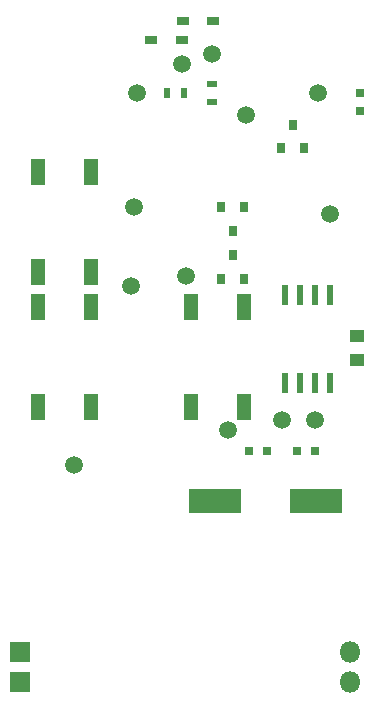
<source format=gbr>
%TF.GenerationSoftware,KiCad,Pcbnew,8.0.7+dfsg-2*%
%TF.CreationDate,2024-12-30T10:24:02+01:00*%
%TF.ProjectId,strobe-torch,7374726f-6265-42d7-946f-7263682e6b69,1.1*%
%TF.SameCoordinates,Original*%
%TF.FileFunction,Soldermask,Top*%
%TF.FilePolarity,Negative*%
%FSLAX46Y46*%
G04 Gerber Fmt 4.6, Leading zero omitted, Abs format (unit mm)*
G04 Created by KiCad (PCBNEW 8.0.7+dfsg-2) date 2024-12-30 10:24:02*
%MOMM*%
%LPD*%
G01*
G04 APERTURE LIST*
%ADD10R,1.250000X1.000000*%
%ADD11R,0.800000X0.750000*%
%ADD12R,0.800000X0.800000*%
%ADD13R,0.500000X0.900000*%
%ADD14R,0.900000X0.500000*%
%ADD15C,1.500000*%
%ADD16R,4.500000X2.000000*%
%ADD17R,1.800000X1.800000*%
%ADD18O,1.800000X1.800000*%
%ADD19R,1.000000X0.720000*%
%ADD20R,0.800000X0.900000*%
%ADD21R,1.300000X2.300000*%
%ADD22R,0.550000X1.750000*%
G04 APERTURE END LIST*
D10*
%TO.C,C1*%
X161544000Y-95266000D03*
X161544000Y-97266000D03*
%TD*%
D11*
%TO.C,C2*%
X153912000Y-105029000D03*
X152412000Y-105029000D03*
%TD*%
%TO.C,C3*%
X157976000Y-105029000D03*
X156476000Y-105029000D03*
%TD*%
D12*
%TO.C,D3*%
X161798000Y-76238000D03*
X161798000Y-74638000D03*
%TD*%
D13*
%TO.C,R1*%
X146927000Y-74676000D03*
X145427000Y-74676000D03*
%TD*%
D14*
%TO.C,R2*%
X149225000Y-73926000D03*
X149225000Y-75426000D03*
%TD*%
D15*
%TO.C,TP1*%
X142875000Y-74676000D03*
%TD*%
%TO.C,TP2*%
X137541000Y-106172000D03*
%TD*%
%TO.C,TP3*%
X142621000Y-84328000D03*
%TD*%
%TO.C,TP4*%
X142400000Y-91000000D03*
%TD*%
%TO.C,TP5*%
X150622000Y-103251000D03*
%TD*%
%TO.C,TP6*%
X158242000Y-74676000D03*
%TD*%
%TO.C,TP7*%
X147066000Y-90170000D03*
%TD*%
%TO.C,TP8*%
X155194000Y-102362000D03*
%TD*%
%TO.C,TP9*%
X157988000Y-102362000D03*
%TD*%
%TO.C,TP10*%
X152146000Y-76581000D03*
%TD*%
%TO.C,TP11*%
X149225000Y-71374000D03*
%TD*%
%TO.C,TP12*%
X146685000Y-72263000D03*
%TD*%
D16*
%TO.C,Y1*%
X149547000Y-109220000D03*
X158047000Y-109220000D03*
%TD*%
D17*
%TO.C,BT1*%
X132969000Y-122047000D03*
X132969000Y-124587000D03*
D18*
X160909000Y-122047000D03*
X160909000Y-124587000D03*
%TD*%
D19*
%TO.C,D1*%
X146715000Y-70231000D03*
X144115000Y-70231000D03*
%TD*%
%TO.C,D2*%
X149382000Y-68580000D03*
X146782000Y-68580000D03*
%TD*%
D20*
%TO.C,D4*%
X151953000Y-84344000D03*
X150053000Y-84344000D03*
X151003000Y-86344000D03*
%TD*%
%TO.C,D5*%
X150053000Y-90408000D03*
X151953000Y-90408000D03*
X151003000Y-88408000D03*
%TD*%
%TO.C,Q1*%
X155133000Y-79359000D03*
X157033000Y-79359000D03*
X156083000Y-77359000D03*
%TD*%
D15*
%TO.C,TP13*%
X159258000Y-84963000D03*
%TD*%
D21*
%TO.C,SW1*%
X134529000Y-89798000D03*
X134529000Y-81398000D03*
X139029000Y-89798000D03*
X139029000Y-81398000D03*
%TD*%
%TO.C,SW2*%
X134529000Y-101228000D03*
X134529000Y-92828000D03*
X139029000Y-101228000D03*
X139029000Y-92828000D03*
%TD*%
%TO.C,SW3*%
X147483000Y-101228000D03*
X147483000Y-92828000D03*
X151983000Y-101228000D03*
X151983000Y-92828000D03*
%TD*%
D22*
%TO.C,U1*%
X155448000Y-99221000D03*
X156718000Y-99221000D03*
X157988000Y-99221000D03*
X159258000Y-99221000D03*
X159258000Y-91821000D03*
X157988000Y-91821000D03*
X156718000Y-91821000D03*
X155448000Y-91821000D03*
%TD*%
M02*

</source>
